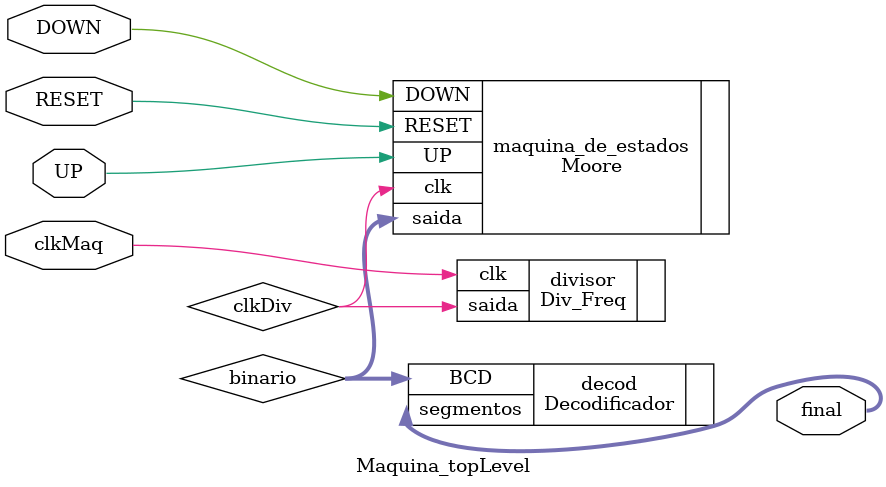
<source format=v>
module Maquina_topLevel(clkMaq, UP, DOWN, RESET, final);

input clkMaq, UP, DOWN, RESET;
output [6:0]final;
wire clkDiv;
wire [3:0]binario;

Div_Freq divisor(.clk(clkMaq), .saida(clkDiv));
Moore maquina_de_estados(.UP(UP), .DOWN(DOWN), .RESET(RESET), .clk(clkDiv), .saida(binario));
Decodificador decod(.BCD(binario), .segmentos(final));

endmodule

</source>
